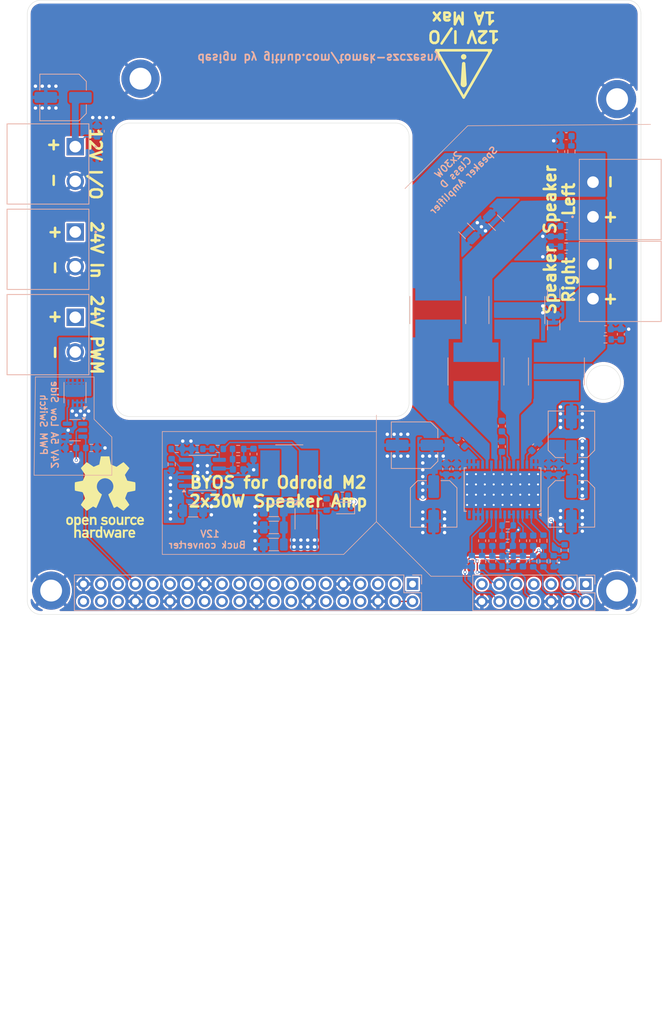
<source format=kicad_pcb>
(kicad_pcb (version 20240108) (generator "pcbnew") (generator_version "8.0")
  (layers (0 "F.Cu" signal) (1 "In1.Cu" signal) (2 "In2.Cu" signal) (31 "B.Cu" signal) (34 "B.Paste" user) (35 "F.Paste" user) (36 "B.SilkS" user "B.Silkscreen") (37 "F.SilkS" user "F.Silkscreen") (38 "B.Mask" user) (39 "F.Mask" user) (44 "Edge.Cuts" user))
  (net 0 "")
  (net 1 "GND")
  (net 2 "+3V3")
  (net 3 "/HPL")
  (net 4 "/GPIO3_C5")
  (net 5 "/POWER#")
  (net 6 "/GPIO4_B5")
  (net 7 "/GPIO3_C6")
  (net 8 "/RESET#")
  (net 9 "/HP_DET")
  (net 10 "/HPR")
  (net 11 "/MIC_IN_P")
  (net 12 "/GPIO3_C4")
  (net 13 "/GPIO3_C7")
  (net 14 "/ADC.AIN4")
  (net 15 "+24V")
  (net 16 "Net-(U201-SW)")
  (net 17 "Net-(U201-BST)")
  (net 18 "/GPIO1_B7")
  (net 19 "+5V")
  (net 20 "/GPIO1_B6")
  (net 21 "Net-(U201-COMP)")
  (net 22 "Net-(C204-Pad1)")
  (net 23 "/UART7_TX")
  (net 24 "Net-(U201-FB)")
  (net 25 "/GPIO1_B3")
  (net 26 "/ADC.AIN5")
  (net 27 "/GPIO3_D1")
  (net 28 "/GPIO4_B4")
  (net 29 "/GPIO1_B2")
  (net 30 "+1V8")
  (net 31 "+12V")
  (net 32 "/GPIO1_B4")
  (net 33 "Net-(C801-Pad2)")
  (net 34 "Net-(C801-Pad1)")
  (net 35 "Net-(C802-Pad2)")
  (net 36 "Net-(C802-Pad1)")
  (net 37 "Net-(U801-INPR)")
  (net 38 "Net-(U801-INNR)")
  (net 39 "Net-(U801-INPL)")
  (net 40 "Net-(U801-INNL)")
  (net 41 "Net-(U801-GVDD)")
  (net 42 "Net-(U801-BSPR)")
  (net 43 "Net-(U801-OUTPR)")
  (net 44 "Net-(U801-BSNR)")
  (net 45 "Net-(U801-OUTNR)")
  (net 46 "Net-(U801-OUTPL)")
  (net 47 "Net-(U801-BSPL)")
  (net 48 "Net-(U801-BNSL)")
  (net 49 "Net-(U801-OUTNL)")
  (net 50 "/Audio Power Amp/R+")
  (net 51 "/Audio Power Amp/R-")
  (net 52 "/Audio Power Amp/L+")
  (net 53 "/Audio Power Amp/L-")
  (net 54 "Net-(C828-Pad2)")
  (net 55 "Net-(C829-Pad2)")
  (net 56 "Net-(C830-Pad2)")
  (net 57 "Net-(C831-Pad2)")
  (net 58 "/UART9_RX")
  (net 59 "/PWM7_IR")
  (net 60 "/I2C6_SCL")
  (net 61 "/I2C6_SDA")
  (net 62 "/UART9_~{CTS}")
  (net 63 "/I2C5_SDA")
  (net 64 "/UART7_RX")
  (net 65 "/UART9_TX")
  (net 66 "/I2C5_SCL")
  (net 67 "/PWM15_IR")
  (net 68 "/UART9_~{RTS}")
  (net 69 "/I2C1_SCL")
  (net 70 "/PWM8")
  (net 71 "/I2C1_SDA")
  (net 72 "/PWM3_IR")
  (net 73 "Net-(J109-Pin_2)")
  (net 74 "Net-(Q101-G)")
  (net 75 "Net-(U201-EN)")
  (net 76 "Net-(U201-RT{slash}CLK)")
  (net 77 "Net-(U801-GAIN{slash}SLV)")
  (net 78 "Net-(U801-MODSEL)")
  (net 79 "Net-(U801-FAULTZ)")
  (net 82 "Net-(C206-Pad1)")
  (net 83 "Net-(D201-A)")
  (net 84 "/+3V3_1")
  (net 85 "/+3V3_2")
  (footprint "Symbol:Symbol_Attention_Triangle_8x7mm_Copper" (layer "F.Cu") (at 84 30.8 180)
    (property "Reference" "SYM102" (hide yes))
    (property "Value" "SYM_Radioactive_Large" (hide yes))
  )
  (footprint "Symbol:OSHW-Logo_11.4x12mm_SilkScreen" (layer "F.Cu") (at 31.4 92.8)
    (property "Reference" "SYM101" (hide yes))
    (property "Value" "Logo_Open_Hardware_Small" (hide yes))
  )
  (footprint "MountingHole:MountingHole_3.2mm_M3_DIN965_Pad" (layer "F.Cu") (at 23.5 106.5)
    (property "Reference" "H101" (hide yes))
    (property "Value" "M3")
  )
  (footprint "MountingHole:MountingHole_3.2mm_M3_DIN965_Pad" (layer "F.Cu") (at 106.5 34.5)
    (property "Reference" "H104" (hide yes))
    (property "Value" "M3")
  )
  (footprint "MountingHole:MountingHole_3.2mm_M3_DIN965_Pad" (layer "F.Cu") (at 106.5 106.5)
    (property "Reference" "H102" (hide yes))
    (property "Value" "M3")
  )
  (footprint "MountingHole:MountingHole_3.2mm_M3_DIN965_Pad" (layer "F.Cu") (at 36.6 31.5)
    (property "Reference" "H103" (hide yes))
    (property "Value" "M3")
  )
  (footprint "Resistor_SMD:R_0603_1608Metric" (layer "B.Cu") (at 85.2 102.2 90)
    (property "Reference" "R802" (hide yes))
    (property "Value" "10k")
  )
  (footprint "Resistor_SMD:R_0603_1608Metric" (layer "B.Cu") (at 94.2 102.2 90)
    (property "Reference" "R803" (hide yes))
    (property "Value" "360R")
  )
  (footprint "Capacitor_SMD:C_0603_1608Metric" (layer "B.Cu") (at 90.45 99.95 180)
    (property "Reference" "C807" (hide yes))
    (property "Value" "1u 16V")
  )
  (footprint "Resistor_SMD:R_0603_1608Metric" (layer "B.Cu") (at 50.925 87.25 180)
    (property "Reference" "R204" (hide yes))
    (property "Value" "910k")
  )
  (footprint "Capacitor_SMD:C_0603_1608Metric" (layer "B.Cu") (at 81.45 88.7 -90)
    (property "Reference" "C815" (hide yes))
    (property "Value" "100n 35V")
  )
  (footprint "Capacitor_SMD:C_0603_1608Metric" (layer "B.Cu") (at 99.05 39.925)
    (property "Reference" "C831" (hide yes))
    (property "Value" "1n 35V")
  )
  (footprint "Capacitor_SMD:C_0603_1608Metric" (layer "B.Cu") (at 96.45 88.7 -90)
    (property "Reference" "C814" (hide yes))
    (property "Value" "100n 35V")
  )
  (footprint "Capacitor_SMD:C_0603_1608Metric" (layer "B.Cu") (at 94.2 99.2 90)
    (property "Reference" "C803" (hide yes))
    (property "Value" "1u5")
  )
  (footprint "Resistor_SMD:R_0603_1608Metric" (layer "B.Cu") (at 104.8 69.7)
    (property "Reference" "R812" (hide yes))
    (property "Value" "3R3")
  )
  (footprint "Resistor_SMD:R_0603_1608Metric" (layer "B.Cu") (at 41.924999 85.75)
    (property "Reference" "R202" (hide yes))
    (property "Value" "200k")
  )
  (footprint "Capacitor_SMD:C_Elec_6.3x7.7" (layer "B.Cu") (at 99.8 93.8 -90)
    (property "Reference" "C820" (hide yes))
    (property "Value" "865080545012")
  )
  (footprint "Connector_PinSocket_2.54mm:PinSocket_2x07_P2.54mm_Vertical" (layer "B.Cu") (at 101.91 105.56 90)
    (property "Reference" "J102" (hide yes))
    (property "Value" "SSQ-107-03-T-D")
  )
  (footprint "Resistor_SMD:R_0603_1608Metric" (layer "B.Cu") (at 98.8 100.6 -90)
    (property "Reference" "R809" (hide yes))
    (property "Value" "0R")
  )
  (footprint "Resistor_SMD:R_0603_1608Metric" (layer "B.Cu") (at 90.45 102.95 180)
    (property "Reference" "R805" (hide yes))
    (property "Value" "360R")
  )
  (footprint "Resistor_SMD:R_0603_1608Metric" (layer "B.Cu") (at 97.2 102.2 90)
    (property "Reference" "R810" (hide yes))
    (property "Value" "0R")
  )
  (footprint "Capacitor_SMD:C_0603_1608Metric" (layer "B.Cu") (at 99.025 54.6)
    (property "Reference" "C824" (hide yes))
    (property "Value" "1n 35V")
  )
  (footprint "Capacitor_SMD:C_0603_1608Metric" (layer "B.Cu") (at 88.2 99.2 90)
    (property "Reference" "C805" (hide yes))
    (property "Value" "1u5")
  )
  (footprint "Capacitor_SMD:C_0603_1608Metric" (layer "B.Cu") (at 96.775 56.85 90)
    (property "Reference" "C829" (hide yes))
    (property "Value" "1n 35V")
  )
  (footprint "Capacitor_SMD:C_1206_3216Metric" (layer "B.Cu") (at 56.149999 94.75 180)
    (property "Reference" "C208" (hide yes))
    (property "Value" "22u 35V")
  )
  (footprint "Resistor_SMD:R_0603_1608Metric" (layer "B.Cu") (at 90.45 96.95)
    (property "Reference" "R807" (hide yes))
    (property "Value" "DNI")
  )
  (footprint "Capacitor_SMD:C_Elec_6.3x7.7" (layer "B.Cu") (at 99.8 83.6 90)
    (property "Reference" "C826" (hide yes))
    (property "Value" "865080545012")
  )
  (footprint "Inductor_SMD:L_Bourns_SRN8040TA" (layer "B.Cu") (at 85.8 74.4 90)
    (property "Reference" "L803" (hide yes))
    (property "Value" "SRN8040TA-100M")
  )
  (footprint "Resistor_SMD:R_0603_1608Metric" (layer "B.Cu") (at 99.8 42.175 90)
    (property "Reference" "R815" (hide yes))
    (property "Value" "3R3")
  )
  (footprint "local:AO_DFN3x3mm" (layer "B.Cu") (at 60.875 95.999999 -90)
    (property "Reference" "Q201" (hide yes))
    (property "Value" "AON7534")
  )
  (footprint "Diode_SMD:D_SOD-323F" (layer "B.Cu") (at 66.4 94.4 180)
    (property "Reference" "D201" (hide yes))
    (property "Value" "BAT54J")
  )
  (footprint "Resistor_SMD:R_0603_1608Metric" (layer "B.Cu") (at 66.2 92.6 180)
    (property "Reference" "R208" (hide yes))
    (property "Value" "100k")
  )
  (footprint "local:AO_DFN3x3mm" (layer "B.Cu") (at 27 77.5 90)
    (property "Reference" "Q101" (hide yes))
    (property "Value" "AON7534")
  )
  (footprint "Resistor_SMD:R_0603_1608Metric" (layer "B.Cu") (at 63.900001 93.9 -90)
    (property "Reference" "R207" (hide yes))
    (property "Value" "100k")
  )
  (footprint "Capacitor_SMD:C_0603_1608Metric" (layer "B.Cu") (at 89.6 85.4 90)
    (property "Reference" "C809" (hide yes))
    (property "Value" "220n 50V")
  )
  (footprint "Resistor_SMD:R_0603_1608Metric" (layer "B.Cu") (at 99.025 56.1 180)
    (property "Reference" "R813" (hide yes))
    (property "Value" "3R3")
  )
  (footprint "Resistor_SMD:R_0603_1608Metric" (layer "B.Cu") (at 41.175 88 -90)
    (property "Reference" "R201" (hide yes))
    (property "Value" "100k")
  )
  (footprint "Capacitor_SMD:C_0603_1608Metric" (layer "B.Cu") (at 53.174998 86.5 -90)
    (property "Reference" "C204" (hide yes))
    (property "Value" "2n7")
  )
  (footprint "libs:CUI_TBP01R1-508-02BE" (layer "B.Cu") (at 102.9625 63.74 90)
    (property "Reference" "J104" (hide yes))
    (property "Value" "CUI 5.08mm")
  )
  (footprint "Capacitor_SMD:C_Elec_6.3x7.7" (layer "B.Cu") (at 25.25 34.25 180)
    (property "Reference" "C105" (hide yes))
    (property "Value" "865080545012")
  )
  (footprint "Resistor_SMD:R_0603_1608Metric" (layer "B.Cu") (at 44.924998 85.75)
    (property "Reference" "R206" (hide yes))
    (property "Value" "13k")
  )
  (footprint "Resistor_SMD:R_0603_1608Metric" (layer "B.Cu") (at 47.924999 85.75)
    (property "Reference" "R205" (hide yes))
    (property "Value" "180k")
  )
  (footprint "libs:CUI_TBP01R1-508-02BE" (layer "B.Cu") (at 102.9625 51.74 90)
    (property "Reference" "J105" (hide yes))
    (property "Value" "CUI 5.08mm")
  )
  (footprint "Capacitor_SMD:C_0603_1608Metric" (layer "B.Cu") (at 96.775 53.85 90)
    (property "Reference" "C830" (hide yes))
    (property "Value" "1n 35V")
  )
  (footprint "Capacitor_SMD:C_0603_1608Metric" (layer "B.Cu") (at 104.8 68.2 180)
    (property "Reference" "C822" (hide yes))
    (property "Value" "1n 35V")
  )
  (footprint "Capacitor_SMD:C_0603_1608Metric" (layer "B.Cu") (at 97.95 88.7 -90)
    (property "Reference" "C812" (hide yes))
    (property "Value" "1n 35V")
  )
  (footprint "libs:CUI_TBP01R1-508-02BE" (layer "B.Cu") (at 27.0375 41.46 -90)
    (property "Reference" "J108" (hide yes))
    (property "Value" "CUI 5.08mm")
  )
  (footprint "Capacitor_SMD:C_0603_1608Metric" (layer "B.Cu") (at 82.95 88.7 -90)
    (property "Reference" "C813" (hide yes))
    (property "Value" "1n 35V")
  )
  (footprint "Resistor_SMD:R_0603_1608Metric" (layer "B.Cu") (at 90.45 98.45)
    (property "Reference" "R808" (hide yes))
    (property "Value" "5k6")
  )
  (footprint "Capacitor_SMD:C_0603_1608Metric" (layer "B.Cu") (at 45.674999 92.75)
    (property "Reference" "C202" (hide yes))
    (property "Value" "100n 16V")
  )
  (footprint "Resistor_SMD:R_0603_1608Metric" (layer "B.Cu") (at 95.7 99.2 90)
    (property "Reference" "R811" (hide yes))
    (property "Value" "1k")
  )
  (footprint "Capacitor_SMD:C_0603_1608Metric" (layer "B.Cu") (at 50.924999 88.749999)
    (property "Reference" "C203" (hide yes))
    (property "Value" "15p")
  )
  (footprint "Capacitor_SMD:C_0603_1608Metric" (layer "B.Cu") (at 88.2 102.2 -90)
    (property "Reference" "C802" (hide yes))
    (property "Value" "10n")
  )
  (footprint "Capacitor_SMD:C_0603_1608Metric" (layer "B.Cu") (at 83.6 84.8 135)
    (property "Reference" "C810" (hide yes))
    (property "Value" "220n 50V")
  )
  (footprint "Capacitor_SMD:C_1206_3216Metric" (layer "B.Cu") (at 97.2 67.6 90)
    (property "Reference" "C816" (hide yes))
    (property "Value" "680n 35V")
  )
  (footprint "Capacitor_SMD:C_1206_3216Metric" (layer "B.Cu") (at 97.2 63 -90)
    (property "Reference" "C817" (hide yes))
    (property "Value" "680n 35V")
  )
  (footprint "Capacitor_SMD:C_0603_1608Metric" (layer "B.Cu") (at 89.6 82.4 90)
    (property "Reference" "C808" (hide yes))
    (property "Value" "220n 50V")
  )
  (footprint "Inductor_SMD:L_Bourns_SRN8040TA" (layer "B.Cu") (at 80.2 65.4 90)
    (property "Reference" "L804" (hide yes))
    (property "Value" "SRN8040TA-100M")
  )
  (footprint "Capacitor_SMD:C_0603_1608Metric" (layer "B.Cu") (at 99.025 57.6)
    (property "Reference" "C823" (hide yes))
    (property "Value" "1n 35V")
  )
  (footprint "Capacitor_SMD:C_0603_1608Metric" (layer "B.Cu") (at 26.4 85.6 180)
    (property "Reference" "C101" (hide yes))
    (property "Value" "100n 25V")
  )
  (footprint "Inductor_SMD:L_Bourns_SRN8040TA" (layer "B.Cu") (at 91.8 65.4 90)
    (property "Reference" "L802" (hide yes))
    (property "Value" "SRN8040TA-100M")
  )
  (footprint "Capacitor_SMD:C_0603_1608Metric" (layer "B.Cu") (at 94.548008 85.451992 45)
    (property "Reference" "C832" (hide yes))
    (property "Value" "220n 50V")
  )
  (footprint "Capacitor_SMD:C_0603_1608Metric" (layer "B.Cu") (at 86.7 99.2 90)
    (property "Reference" "C806" (hide yes))
    (property "Value" "1u5")
  )
  (footprint "Resistor_SMD:R_0603_1608Metric" (layer "B.Cu") (at 99.025 53.1 180)
    (property "Reference" "R814" (hide yes))
    (property "Value" "3R3")
  )
  (footprint "Capacitor_SMD:C_0603_1608Metric" (layer "B.Cu") (at 92.7 99.2 90)
    (property "Reference" "C804" (hide yes))
    (property "Value" "1u5")
  )
  (footprint "Resistor_SMD:R_0603_1608Metric" (layer "B.Cu") (at 29.4 85.6 180)
    (property "Reference" "R105" (hide yes))
    (property "Value" "10k")
  )
  (footprint "Package_SO:HTSSOP-32-1EP_6.1x11mm_P0.65mm_EP5.2x11mm_Mask4.11x4.36mm_ThermalVias" (layer "B.Cu") (at 89.7 91.7 90)
    (property "Reference" "U801" (hide yes))
    (property "Value" "TPA3118D2")
  )
  (footprint "Package_TO_SOT_SMD:SOT-23-5" (layer "B.Cu") (at 27 83 180)
    (property "Reference" "U101" (hide yes))
    (property "Value" "MCP1416")
  )
  (footprint "Resistor_SMD:R_0603_1608Metric" (layer "B.Cu") (at 90.45 101.45)
    (property "Reference" "R804" (hide yes))
    (property "Value" "360R")
  )
  (footprint "Resistor_SMD:R_0603_1608Metric" (layer "B.Cu") (at 50.924999 85.75 180)
    (property "Reference" "R203" (hide yes))
    (property "Value" "39k")
  )
  (footprint "libs:CUI_TBP01R1-508-02BE" (layer "B.Cu") (at 27.0375 53.96 -90)
    (property "Reference" "J101" (hide yes))
    (property "Value" "CUI 5.08mm")
  )
  (footprint "libs:CUI_TBP01R1-508-02BE" (layer "B.Cu") (at 27.0375 66.46 -90)
    (property "Reference" "J109" (hide yes))
    (property "Value" "CUI 5.08mm")
  )
  (footprint "Inductor_SMD:L_Bourns_SRN8040TA" (layer "B.Cu") (at 58.424999 89.25)
    (property "Reference" "L202" (hide yes))
    (property "Value" "SRN8040TA-100M")
  )
  (footprint "Capacitor_SMD:C_1206_3216Metric" (layer "B.Cu") (at 56.149999 99.75 180)
    (property "Reference" "C207" (hide yes))
    (property "Value" "22u 35V")
  )
  (footprint "Package_SO:SOIC-8-1EP_3.9x4.9mm_P1.27mm_EP2.62x3.51mm" (layer "B.Cu") (at 45.675 89.25)
    (property "Reference" "U201" (hide yes))
    (property "Value" "AP64500")
  )
  (footprint "Resistor_SMD:R_0603_1608Metric" (layer "B.Cu") (at 95.7 102.2 90)
    (property "Reference" "R801" (hide yes))
    (property "Value" "10k")
  )
  (footprint "Inductor_SMD:L_Bourns_SRN8040TA" (layer "B.Cu") (at 97.6 74.4 90)
    (property "Reference" "L801" (hide yes))
    (property "Value" "SRN8040TA-100M")
  )
  (footprint "Capacitor_SMD:C_0603_1608Metric" (layer "B.Cu") (at 107.05 68.950001 -90)
    (property "Reference" "C828" (hide yes))
    (property "Value" "1n 35V")
  )
  (footprint "Connector_PinSocket_2.54mm:PinSocket_2x20_P2.54mm_Vertical" (layer "B.Cu") (at 76.5002 105.5424 90)
    (property "Reference" "J103" (hide yes))
    (property "Value" "SSQ-120-03-T-D")
  )
  (footprint "Capacitor_SMD:C_Elec_6.3x7.7" (layer "B.Cu") (at 76.8 85.2 180)
    (property "Reference" "C827" (hide yes))
    (property "Value" "865080545012")
  )
  (footprint "Capacitor_SMD:C_1206_3216Metric" (layer "B.Cu") (at 84.4 53.8 -45)
    (property "Reference" "C819" (hide yes))
    (property "Value" "680n 35V")
  )
  (footprint "Resistor_SMD:R_0603_1608Metric" (layer "B.Cu") (at 86.7 102.2 90)
    (property "Reference" "R806" (hide yes))
    (property "Value" "360R")
  )
  (footprint "Capacitor_SMD:C_Elec_6.3x7.7" (layer "B.Cu") (at 79.6 93.8 -90)
    (property "Reference" "C821" (hide yes))
    (property "Value" "865080545012")
  )
  (footprint "Capacitor_SMD:C_1206_3216Metric" (layer "B.Cu") (at 56.149999 97.25 180)
    (property "Reference" "C206" (hide yes))
    (property "Value" "22u 35V")
  )
  (footprint "Capacitor_SMD:C_0603_1608Metric" (layer "B.Cu") (at 31.8 39.2 90)
    (property "Reference" "C104" (hide yes))
    (property "Value" "100n 35V")
  )
  (footprint "Capacitor_SMD:C_0603_1608Metric" (layer "B.Cu") (at 92.7 102.2 -90)
    (property "Reference" "C801" (hide yes))
    (property "Value" "10n")
  )
  (footprint "Capacitor_SMD:C_1206_3216Metric" (layer "B.Cu") (at 44.324999 94.8)
    (property "Reference" "C201" (hide yes))
    (property "Value" "10u 50V")
  )
  (footprint "Capacitor_SMD:C_0603_1608Metric" (layer "B.Cu") (at 98.3 42.175 -90)
    (property "Reference" "C825" (hide yes))
    (property "Value" "1n 35V")
  )
  (footprint "Capacitor_SMD:C_1206_3216Metric" (layer "B.Cu") (at 88.8 52.6 135)
    (property "Reference" "C818" (hide yes))
    (property "Value" "680n 35V")
  )
  (footprint "Capacitor_SMD:C_0603_1608Metric" (layer "B.Cu") (at 30.25 39.2 90)
    (property "Reference" "C103" (hide yes))
    (property "Value" "1n 35V")
  )
  (gr_rect (start 83.6 88.5) (end 95.6 95.1) (stroke (width 0.2)) (fill solid) (layer "F.Cu") (net 1))
  (gr_rect (start 83.8 89.1) (end 95.6 94.3) (stroke (width 0.2)) (fill solid) (layer "B.Cu") (net 1))
  (gr_line (start 21.2 75.2) (end 21 89.6) (stroke (width 0.1)) (layer "B.SilkS"))
  (gr_line (start 71.2 96.4) (end 66.4 101.2) (stroke (width 0.1)) (layer "B.SilkS"))
  (gr_line (start 39.8 83.2) (end 71.2 83.2) (stroke (width 0.1)) (layer "B.SilkS"))
  (gr_line (start 32.4 84) (end 29.8 81.4) (stroke (width 0.1)) (layer "B.SilkS"))
  (gr_line (start 29.8 75.2) (end 21.2 75.2) (stroke (width 0.1)) (layer "B.SilkS"))
  (gr_line (start 39.8 101.2) (end 39.8 83.2) (stroke (width 0.1)) (layer "B.SilkS"))
  (gr_line (start 71.2 96.4) (end 71.2 80.8) (stroke (width 0.1)) (layer "B.SilkS"))
  (gr_line (start 21 89.6) (end 32.4 89.6) (stroke (width 0.1)) (layer "B.SilkS"))
  (gr_line (start 85 104.4) (end 79.2 104.4) (stroke (width 0.1)) (layer "B.SilkS"))
  (gr_line (start 75.4 47.6) (end 84.6 38.4) (stroke (width 0.1)) (layer "B.SilkS"))
  (gr_line (start 84.6 38.4) (end 111.4 38.2) (stroke (width 0.1)) (layer "B.SilkS"))
  (gr_line (start 32.4 89.6) (end 32.4 84) (stroke (width 0.1)) (layer "B.SilkS"))
  (gr_line (start 66.4 101.2) (end 39.8 101.2) (stroke (width 0.1)) (layer "B.SilkS"))
  (gr_line (start 79.2 104.4) (end 71.2 96.4) (stroke (width 0.1)) (layer "B.SilkS"))
  (gr_line (start 29.8 81.4) (end 29.8 75.2) (stroke (width 0.1)) (layer "B.SilkS"))
  (gr_arc (start 108 20) (mid 109.414214 20.585786) (end 110 22) (stroke (width 0.05)) (layer "Edge.Cuts"))
  (gr_line (start 35 81) (end 74 81) (stroke (width 0.05)) (layer "Edge.Cuts"))
  (gr_arc (start 33 40) (mid 33.585786 38.585786) (end 35 38) (stroke (width 0.05)) (layer "Edge.Cuts"))
  (gr_line (start 74 38) (end 35 38) (stroke (width 0.05)) (layer "Edge.Cuts"))
  (gr_line (start 33 40) (end 33 79) (stroke (width 0.05)) (layer "Edge.Cuts"))
  (gr_arc (start 74 38) (mid 75.414214 38.585786) (end 76 40) (stroke (width 0.05)) (layer "Edge.Cuts"))
  (gr_line (start 76 79) (end 76 40) (stroke (width 0.05)) (layer "Edge.Cuts"))
  (gr_line (start 110 108) (end 110 22) (stroke (width 0.05)) (layer "Edge.Cuts"))
  (gr_arc (start 22 110) (mid 20.585786 109.414214) (end 20 108) (stroke (width 0.05)) (layer "Edge.Cuts"))
  (gr_arc (start 76 79) (mid 75.414214 80.414214) (end 74 81) (stroke (width 0.05)) (layer "Edge.Cuts"))
  (gr_arc (start 110 108) (mid 109.414214 109.414214) (end 108 110) (stroke (width 0.05)) (layer "Edge.Cuts"))
  (gr_line (start 20 22) (end 20 108) (stroke (width 0.05)) (layer "Edge.Cuts"))
  (gr_arc (start 35 81) (mid 33.585786 80.414214) (end 33 79) (stroke (width 0.05)) (layer "Edge.Cuts"))
  (gr_line (start 108 20) (end 22 20) (stroke (width 0.05)) (layer "Edge.Cuts"))
  (gr_line (start 22 110) (end 108 110) (stroke (width 0.05)) (layer "Edge.Cuts"))
  (gr_circle (center 104.5 76) (end 107 76) (stroke (width 0.05)) (fill none) (layer "Edge.Cuts"))
  (gr_arc (start 20 22) (mid 20.585786 20.585786) (end 22 20) (stroke (width 0.05)) (layer "Edge.Cuts"))
  (gr_text "24V 5A Low Side\nPWM Switch" (at 21.8 82.2 270) (layer "B.SilkS") (effects (font (size 1 1) (thickness 0.2) (bold yes)) (justify bottom mirror)))
  (gr_text "design by github.com/tomek-szczesny" (at 44.8 27.8 180) (layer "B.SilkS") (effects (font (size 1.2 1.2) (thickness 0.25) (bold yes)) (justify left bottom mirror)))
  (gr_text "2x30W\nClass D\nSpeaker Amplifier" (at 84.4 46.8 45) (layer "B.SilkS") (effects (font (size 1 1) (thickness 0.2) (bold yes)) (justify bottom mirror)))
  (gr_text "12V \nBuck converter" (at 46.4 100.4 0) (layer "B.SilkS") (effects (font (size 1 1) (thickness 0.2) (bold yes)) (justify bottom mirror)))
  (gr_text "+" (at 106.4 51.8 90) (layer "F.SilkS") (effects (font (size 1.7 1.7) (thickness 0.375) (bold yes)) (justify bottom)))
  (gr_text "+" (at 106.4 63.8 90) (layer "F.SilkS") (effects (font (size 1.7 1.7) (thickness 0.375) (bold yes)) (justify bottom)))
  (gr_text "24V In" (at 29.2 56.6 270) (layer "F.SilkS") (effects (font (size 1.7 1.7) (thickness 0.375) (bold yes)) (justify bottom)))
  (gr_text "Speaker\nLeft" (at 100.4 49.2 90) (layer "F.SilkS") (effects (font (size 1.7 1.7) (thickness 0.375) (bold yes)) (justify bottom)))
  (gr_text "-" (at 106.4 58.6 90) (layer "F.SilkS") (effects (font (size 1.7 1.7) (thickness 0.375) (bold yes)) (justify bottom)))
  (gr_text "12V I/O\n1A Max" (at 84 21.6 180) (layer "F.SilkS") (effects (font (size 1.7 1.7) (thickness 0.375) (bold yes)) (justify bottom)))
  (gr_text "12V I/O" (at 29 44 270) (layer "F.SilkS") (effects (font (size 1.7 1.7) (thickness 0.375) (bold yes)) (justify bottom)))
  (gr_text "-" (at 23 46.4 -90) (layer "F.SilkS") (effects (font (size 1.7 1.7) (thickness 0.375) (bold yes)) (justify bottom)))
  (gr_text "24V PWM" (at 29.2 69 270) (layer "F.SilkS") (effects (font (size 1.7 1.7) (thickness 0.375) (bold yes)) (justify bottom)))
  (gr_text "+" (at 23 41.200001 -90) (layer "F.SilkS") (effects (font (size 1.7 1.7) (thickness 0.375) (bold yes)) (justify bottom)))
  (gr_text "+" (at 23.2 66.4 -90) (layer "F.SilkS") (effects (font (size 1.7 1.7) (thickness 0.375) (bold yes)) (justify bottom)))
  (gr_text "-" (at 23.2 59.2 -90) (layer "F.SilkS") (effects (font (size 1.7 1.7) (thickness 0.375) (bold yes)) (justify bottom)))
  (gr_text "-" (at 106.4 46.6 90) (layer "F.SilkS") (effects (font (size 1.7 1.7) (thickness 0.375) (bold yes)) (justify bottom)))
  (gr_text "-" (at 23.2 71.6 -90) (layer "F.SilkS") (effects (font (size 1.7 1.7) (thickness 0.375) (bold yes)) (justify bottom)))
  (gr_text "BYOS for Odroid M2\n2x30W Speaker Amp" (at 56.8 94.4 0) (layer "F.SilkS") (effects (font (size 1.7 1.7) (thickness 0.375) (bold yes)) (justify bottom)))
  (gr_text "+" (at 23.2 54 -90) (layer "F.SilkS") (effects (font (size 1.7 1.7) (thickness 0.375) (bold yes)) (justify bottom)))
  (gr_text "Speaker\nRight" (at 100.4 61 90) (layer "F.SilkS") (effects (font (size 1.7 1.7) (thickness 0.375) (bold yes)) (justify bottom)))
  (via (at 98.2 96.8) (size 0.7) (drill 0.5) (layers "F.Cu" "B.Cu") (net 1))
  (via (at 45 88.2) (size 0.7) (drill 0.5) (layers "F.Cu" "B.Cu") (net 1))
  (via (at 108.2 68.2) (size 0.7) (drill 0.5) (layers "F.Cu" "B.Cu") (net 1))
  (via (at 72.8 83.6) (size 0.7) (drill 0.5) (layers "F.Cu" "B.Cu") (net 1))
  (via (at 45 89.2) (size 0.7) (drill 0.5) (layers "F.Cu" "B.Cu") (net 1))
  (via (at 81.2 96) (size 0.7) (drill 0.5) (layers "F.Cu" "B.Cu") (net 1))
  (via (at 101.4 81.6) (size 0.7) (drill 0.5) (layers "F.Cu" "B.Cu") (net 1))
  (via (at 29.6 37.2) (size 0.7) (drill 0.5) (layers "F.Cu" "B.Cu") (net 1))
  (via (at 46.4 89.2) (size 0.7) (drill 0.5) (layers "F.Cu" "B.Cu") (net 1))
  (via (at 21.2 35.8) (size 0.7) (drill 0.5) (layers "F.Cu" "B.Cu") (net 1))
  (via (at 22.199999 32.6) (size 0.7) (drill 0.5) (layers "F.Cu" "B.Cu") (net 1))
  (via (at 78 95) (size 0.7) (drill 0.5) (layers "F.Cu" "B.Cu") (net 1))
  (via (at 90.4 102.2) (size 0.45) (drill 0.3) (layers "F.Cu" "B.Cu") (net 1))
  (via (at 78 97) (size 0.7) (drill 0.5) (layers "F.Cu" "B.Cu") (net 1))
  (via (at 97.2 40.6) (size 0.7) (drill 0.5) (layers "F.Cu" "B.Cu") (net 1))
  (via (at 86 52.6) (size 0.7) (drill 0.5) (layers "F.Cu" "B.Cu") (net 1))
  (via (at 26 83) (size 0.7) (drill 0.5) (layers "F.Cu" "B.Cu") (net 1))
  (via (at 101.4 96.8) (size 0.7) (drill 0.5) (layers "F.Cu" "B.Cu") (net 1))
  (via (at 101.4 97.8) (size 0.7) (drill 0.5) (layers "F.Cu" "B.Cu") (net 1))
  (via (at 31.4 85.6) (size 0.7) (drill 0.5) (layers "F.Cu" "B.Cu") (net 1))
  (via (at 46.4 88.2) (size 0.7) (drill 0.5) (layers "F.Cu" "B.Cu") (net 1))
  (via (at 30.6 37.2) (size 0.7) (drill 0.5) (layers "F.Cu" "B.Cu") (net 1))
  (via (at 98.2 79.6) (size 0.7) (drill 0.5) (layers "F.Cu" "B.Cu") (net 1))
  (via (at 78 98) (size 0.7) (drill 0.5) (layers "F.Cu" "B.Cu") (net 1))
  (via (at 32.6 37.2) (size 0.7) (drill 0.5) (layers "F.Cu" "B.Cu") (net 1))
  (via (at 81.2 98) (size 0.7) (drill 0.5) (layers "F.Cu" "B.Cu") (net 1))
  (via (at 24.2 35.8) (size 0.7) (drill 0.5) (layers "F.Cu" "B.Cu") (net 1))
  (via (at 53.4 97.8) (size 0.7) (drill 0.5) (layers "F.Cu" "B.Cu") (net 1))
  (via (at 42.8 84.6) (size 0.7) (drill 0.5) (layers "F.Cu" "B.Cu") (net 1))
  (via (at 95.6 54.6) (size 0.7) (drill 0.5) (layers "F.Cu" "B.Cu") (net 1))
  (via (at 95.6 57.6) (size 0.7) (drill 0.5) (layers "F.Cu" "B.Cu") (net 1))
  (via (at 98.2 94.8) (size 0.7) (drill 0.5) (layers "F.Cu" "B.Cu") (net 1))
  (via (at 74.8 86.8) (size 0.7) (drill 0.5) (layers "F.Cu" "B.Cu") (net 1))
  (via (at 23.2 32.6) (size 0.7) (drill 0.5) (layers "F.Cu" "B.Cu") (net 1))
  (via (at 87.2 53.8) (size 0.7) (drill 0.5) (layers "F.Cu" "B.Cu") (net 1))
  (via (at 72.8 86.8) (size 0.7) (drill 0.5) (layers "F.Cu" "B.Cu") (net 1))
  (via (at 53.4 99.2) (size 0.7) (drill 0.5) (layers "F.Cu" "B.Cu") (net 1))
  (via (at 86.6 53.2) (size 0.7) (drill 0.5) (layers "F.Cu" "B.Cu") (net 1))
  (via (at 98.2 82.6) (size 0.7) (drill 0.5) (layers "F.Cu" "B.Cu") (net 1))
  (via (at 101.4 82.6) (size 0.7) (drill 0.5) (layers "F.Cu" "B.Cu") (net 1))
  (via (at 53.4 94.2) (size 0.7) (drill 0.5) (layers "F.Cu" "B.Cu") (net 1))
  (via (at 28.4 80.8) (size 0.7) (drill 0.5) (layers "F.Cu" "B.Cu") (net 1))
  (via (at 75.8 83.6) (size 0.7) (drill 0.5) (layers "F.Cu" "B.Cu") (net 1))
  (via (at 101.4 80.6) (size 0.7) (drill 0.5) (layers "F.Cu" "B.Cu") (net 1))
  (via (at 81.2 97) (size 0.7) (drill 0.5) (layers "F.Cu" "B.Cu") (net 1))
  (via (at 47 94.2) (size 0.7) (drill 0.5) (layers "F.Cu" "B.Cu") (net 1))
  (via (at 24.2 32.6) (size 0.7) (drill 0.5) (layers "F.Cu" "B.Cu") (net 1))
  (via (at 101.4 94.8) (size 0.7) (drill 0.5) (layers "F.Cu" "B.Cu") (net 1))
  (via (at 53.4 95.4) (size 0.7) (drill 0.5) (layers "F.Cu" "B.Cu") (net 1))
  (via (at 101.4 79.6) (size 0.7) (drill 0.5) (layers "F.Cu" "B.Cu") (net 1))
  (via (at 22.2 35.8) (size 0.7) (drill 0.5) (layers "F.Cu" "B.Cu") (net 1))
  (via (at 78 96) (size 0.7) (drill 0.5) (layers "F.Cu" "B.Cu") (net 1))
  (via (at 75.8 86.8) (size 0.7) (drill 0.5) (layers "F.Cu" "B.Cu") (net 1))
  (via (at 26.6 80.2) (size 0.7) (drill 0.5) (layers "F.Cu" "B.Cu") (net 1))
  (via (at 98.2 97.8) (size 0.7) (drill 0.5) (layers "F.Cu" "B.Cu") (net 1))
  (via (at 95.6 65.8) (size 0.7) (drill 0.5) (layers "F.Cu" "B.Cu") (net 1))
  (via (at 21.2 32.6) (size 0.7) (drill 0.5) (layers "F.Cu" "B.Cu") (net 1))
  (via (at 101.4 95.8) (size 0.7) (drill 0.5) (layers "F.Cu" "B.Cu") (net 1))
  (via (at 92 97.6) (size 0.45) (drill 0.3) (layers "F.Cu" "B.Cu") (net 1))
  (via (at 27.2 80.8) (size 0.7) (drill 0.5) (layers "F.Cu" "B.Cu") (net 1))
  (via (at 73.8 86.8) (size 0.7) (drill 0.5) (layers "F.Cu" "B.Cu") (net 1))
  (via (at 90.6 100.6) (size 0.45) (drill 0.3) (layers "F.Cu" "B.Cu") (net 1))
  (via (at 53.2 88.8) (size 0.7) (drill 0.5) (layers "F.Cu" "B.Cu") (net 1))
  (via (at 45 90.2) (size 0.7) (drill 0.5) (layers "F.Cu" "B.Cu") (net 1))
  (via (at 74.8 83.6) (size 0.7) (drill 0.5) (layers "F.Cu" "B.Cu") (net 1))
  (via (at 53.4 100.4) (size 0.7) (drill 0.5) (layers "F.Cu" "B.Cu") (net 1))
  (via (at 98.2 81.6) (size 0.7) (drill 0.5) (layers "F.Cu" "B.Cu") (net 1))
  (via (at 29 80.2) (size 0.7) (drill 0.5) (layers "F.Cu" "B.Cu") (net 1))
  (via (at 81.2 95) (size 0.7) (drill 0.5) (layers "F.Cu" "B.Cu") (net 1))
  (via (at 92 102.2) (size 0.45) (drill 0.3) (layers "F.Cu" "B.Cu") (net 1))
  (via (at 95.6 64.8) (size 0.7) (drill 0.5) (layers "F.Cu" "B.Cu") (net 1))
  (via (at 98.2 95.8) (size 0.7) (drill 0.5) (layers "F.Cu" "B.Cu") (net 1))
  (via (at 98.2 80.6) (size 0.7) (drill 0.5) (layers "F.Cu" "B.Cu") (net 1))
  (via (at 31.6 37.2) (size 0.7) (drill 0.5) (layers "F.Cu" "B.Cu") (net 1))
  (via (at 27.8 80.2) (size 0.7) (drill 0.5) (layers "F.Cu" "B.Cu") (net 1))
  (via (at 44 84.6) (size 0.7) (drill 0.5) (layers "F.Cu" "B.Cu") (net 1))
  (via (at 47 95.4) (size 0.7) (drill 0.5) (layers "F.Cu" "B.Cu") (net 1))
  (via (at 23.2 35.8) (size 0.7) (drill 0.5) (layers "F.Cu" "B.Cu") (net 1))
  (via (at 98 102.4) (size 0.45) (drill 0.3) (layers "F.Cu" "B.Cu") (net 1))
  (via (at 73.8 83.6) (size 0.7) (drill 0.5) (layers "F.Cu" "B.Cu") (net 1))
  (via (at 53.4 96.6) (size 0.7) (drill 0.5) (layers "F.Cu" "B.Cu") (net 1))
  (via (at 46.4 90.2) (size 0.7) (drill 0.5) (layers "F.Cu" "B.Cu") (net 1))
  (segment (start 88.075 89.125) (end 88.4 89.45) (width 0.2) (layer "B.Cu") (net 1))
  (segment (start 97.2 103.2) (end 98 102.4) (width 0.2) (layer "B.Cu") (net 1))
  (segment (start 89.375 95.35) (end 89.375 94.275) (width 0.2) (layer "B.Cu") (net 1))
  (segment (start 89.375 94.275) (end 89.7 93.95) (width 0.2) (layer "B.Cu") (net 1))
  (segment (start 90.025 89.125) (end 89.7 89.45) (width 0.2) (layer "B.Cu") (net 1))
  (segment (start 85.475 94.275) (end 85.8 93.95) (width 0.2) (layer "B.Cu") (net 1))
  (segment (start 86.125 94.275) (end 85.8 93.95) (width 0.2) (layer "B.Cu") (net 1))
  (segment (start 89.625 101.45) (end 89.65 101.45) (width 0.2) (layer "B.Cu") (net 1))
  (segment (start 91.225 99.95) (end 91.225 99.975) (width 0.2) (layer "B.Cu") (net 1))
  (segment (start 91.975 89.125) (end 92.3 89.45) (width 0.2) (layer "B.Cu") (net 1))
  (segment (start 86.775 95.35) (end 86.775 94.275) (width 0.2) (layer "B.Cu") (net 1))
  (segment (start 91.225 99.975) (end 90.6 100.6) (width 0.2) (layer "B.Cu") (net 1))
  (segment (start 97.2 103.025) (end 97.2 103.2) (width 0.2) (layer "B.Cu") (net 1))
  (segment (start 86.125 95.35) (end 86.125 94.275) (width 0.2) (layer "B.Cu") (net 1))
  (segment (start 88.075 88.05) (end 88.075 89.125) (width 0.2) (layer "B.Cu") (net 1))
  (segment (start 91.275 102.925) (end 92 102.2) (width 0.2) (layer "B.Cu") (net 1))
  (segment (start 89.65 101.45) (end 90.4 102.2) (width 0.2) (layer "B.Cu") (net 1))
  (segment (start 90.025 88.05) (end 90.025 89.125) (width 0.2) (layer "B.Cu") (net 1))
  (segment (start 86.775 94.275) (end 87.1 93.95) (width 0.2) (layer "B.Cu") (net 1))
  (segment (start 91.275 98.45) (end 91.275 98.325) (width 0.2) (layer "B.Cu") (net 1))
  (segment (start 91.975 88.05) (end 91.975 89.125) (width 0.2) (layer "B.Cu") (net 1))
  (segment (start 85.475 95.35) (end 85.475 94.275) (width 0.2) (layer "B.Cu") (net 1))
  (segment (start 91.275 102.95) (end 91.275 102.925) (width 0.2) (layer "B.Cu") (net 1))
  (segment (start 91.275 98.325) (end 92 97.6) (width 0.2) (layer "B.Cu") (net 1))
  (segment (start 98.22 104.72) (end 98.22 106.22) (width 0.2) (layer "B.Cu") (net 2))
  (segment (start 95.7 103.025) (end 95.7 103.2) (width 0.2) (layer "B.Cu") (net 2))
  (segment (start 98.22 106.22) (end 98.75 106.75) (width 0.2) (layer "B.Cu") (net 2))
  (segment (start 95.7 103.2) (end 96.5 104) (width 0.2) (layer "B.Cu") (net 2))
  (segment (start 97.5 104) (end 98.22 104.72) (width 0.2) (layer "B.Cu") (net 2))
  (segment (start 98.75 106.75) (end 100.56 106.75) (width 0.2) (layer "B.Cu") (net 2))
  (segment (start 96.5 104) (end 97.5 104) (width 0.2) (layer "B.Cu") (net 2))
  (segment (start 100.56 106.75) (end 101.91 108.1) (width 0.2) (layer "B.Cu") (net 2))
  (segment (start 93 106.81) (end 94.29 108.1) (width 0.2) (layer "B.Cu") (net 3))
  (segment (start 92.4 104) (end 93 104.6) (width 0.2) (layer "B.Cu") (net 3))
  (segment (start 86.7 103.025) (end 87.675 104) (width 0.2) (layer "B.Cu") (net 3))
  (segment (start 87.675 104) (end 92.4 104) (width 0.2) (layer "B.Cu") (net 3))
  (segment (start 93 104.6) (end 93 106.81) (width 0.2) (layer "B.Cu") (net 3))
  (segment (start 84.2 102.4) (end 85 101.6) (width 0.2) (layer "F.Cu") (net 4))
  (segment (start 85 101.6) (end 94 101.6) (width 0.2) (layer "F.Cu") (net 4))
  (segment (start 84.2 103.8) (end 84.2 102.4) (width 0.2) (layer "F.Cu") (net 4))
  (segment (start 94 101.6) (end 95 100.6) (width 0.2) (layer "F.Cu") (net 4))
  (via (at 95 100.6) (size 0.45) (drill 0.3) (layers "F.Cu" "B.Cu") (net 4))
  (via (at 84.2 103.8) (size 0.45) (drill 0.3) (layers "F.Cu" "B.Cu") (net 4))
  (segment (start 95.7 100.025) (end 95.7 101.375) (width 0.2) (layer "B.Cu") (net 4))
  (segment (start 89.21 108.1) (end 87.91 106.8) (width 0.2) (layer "B.Cu") (net 4))
  (segment (start 84.2 105) (end 84.2 103.8) (width 0.2) (layer "B.Cu") (net 4))
  (segment (start 86 106.8) (end 84.2 105) (width 0.2) (layer "B.Cu") (net 4))
  (segment (start 95.7 101.3) (end 95 100.6) (width 0.2) (layer "B.Cu") (net 4))
  (segment (start 95.7 101.375) (end 95.7 101.3) (width 0.2) (layer "B.Cu") (net 4))
  (segment (start 87.91 106.8) (end 86 106.8) (width 0.2) (layer "B.Cu") (net 4))
  (segment (start 96.2 106.8) (end 98.07 106.8) (width 0.2) (layer "B.Cu") (net 10))
  (segment (start 94.2 103.025) (end 95.6 104.425) (width 0.2) (layer "B.Cu") (net 10))
  (segment (start 95.6 104.425) (end 95.6 106.2) (width 0.2) (layer "B.Cu") (net 10))
  (segment (start 98.07 106.8) (end 99.37 108.1) (width 0.2) (layer "B.Cu") (net 10))
  (segment (start 95.6 106.2) (end 96.2 106.8) (width 0.2) (layer "B.Cu") (net 10))
  (segment (start 86 103.8) (end 86 102.2) (width 0.2) (layer "F.Cu") (net 12))
  (via (at 86 102.2) (size 0.45) (drill 0.3) (layers "F.Cu" "B.Cu") (net 12))
  (via (at 86 103.8) (size 0.45) (drill 0.3) (layers "F.Cu" "B.Cu") (net 12))
  (segment (start 86.8 103.8) (end 86 103.8) (width 0.2) (layer "B.Cu") (net 12))
  (segment (start 85.2 98.7) (end 87.425 96.475) (width 0.2) (layer "B.Cu") (net 12))
  (segment (start 88.56 105.56) (end 86.8 103.8) (width 0.2) (layer "B.Cu") (net 12))
  (segment (start 89.21 105.56) (end 88.56 105.56) (width 0.2) (layer "B.Cu") (net 12))
  (segment (start 85.2 101.375) (end 85.2 98.7) (width 0.2) (layer "B.Cu") (net 12))
  (segment (start 86 102.175) (end 85.2 101.375) (width 0.2) (layer "B.Cu") (net 12))
  (segment (start 87.425 96.475) (end 87.425 95.35) (width 0.2) (layer "B.Cu") (net 12))
  (segment (start 86 102.2) (end 86 102.175) (width 0.2) (layer "B.Cu") (net 12))
  (via (at 41 94) (size 0.7) (drill 0.5) (layers "F.Cu" "B.Cu") (net 15))
  (via (at 78 88.8) (size 0.7) (drill 0.5) (layers "F.Cu" "B.Cu") (net 15))
  (via (at 80 86.8) (size 0.7) (drill 0.5) (layers "F.Cu" "B.Cu") (net 15))
  (via (at 101.400001 89.6) (size 0.7) (drill 0.5) (layers "F.Cu" "B.Cu") (net 15))
  (via (at 81 86.8) (size 0.7) (drill 0.5) (layers "F.Cu" "B.Cu") (net 15))
  (via (at 78 91.8) (size 0.7) (drill 0.5) (layers "F.Cu" "B.Cu") (net 15))
  (via (at 78 87.8) (size 0.7) (drill 0.5) (layers "F.Cu" "B.Cu") (net 15))
  (via (at 78 86.8) (size 0.7) (drill 0.5) (layers "F.Cu" "B.Cu") (net 15))
  (via (at 79 86.8) (size 0.7) (drill 0.5) (layers "F.Cu" "B.Cu") (net 15))
  (via (at 41 96) (size 0.7) (drill 0.5) (layers "F.Cu" "B.Cu") (net 15))
  (via (at 101.4 88.6) (size 0.7) (drill 0.5) (layers "F.Cu" "B.Cu") (net 15))
  (via (at 101.4 90.6) (size 0.7) (drill 0.5) (layers "F.Cu" "B.Cu") (net 15))
  (via (at 41 93) (size 0.7) (drill 0.5) (layers "F.Cu" "B.Cu") (net 15))
  (via (at 41 92) (size 0.7) (drill 0.5) (layers "F.Cu" "B.Cu") (net 15))
  (via (at 78 89.8) (size 0.7) (drill 0.5) (layers "F.Cu" "B.Cu") (net 15))
  (via (at 101.4 85.599999) (size 0.7) (drill 0.5) (layers "F.Cu" "B.Cu") (net 15))
  (via (at 101.4 91.6) (size 0.7) (drill 0.5) (layers "F.Cu" "B.Cu") (net 15))
  (via (at 41 91) (size 0.7) (drill 0.5) (layers "F.Cu" "B.Cu") (net 15))
  (via (at 96.8 96.2) (size 0.45) (drill 0.3) (layers "F.Cu" "B.Cu") (net 15))
  (via (at 41 95) (size 0.7) (drill 0.5) (layers "F.Cu" "B.Cu") (net 15))
  (via (at 78 90.8) (size 0.7) (drill 0.5) (layers "F.Cu" "B.Cu") (net 15))
  (via (at 41 90) (size 0.7) (drill 0.5) (layers "F.Cu" "B.Cu") (net 15))
  (via (at 101.4 87.6) (size 0.7) (drill 0.5) (layers "F.Cu" "B.Cu") (net 15))
  (via (at 101.4 84.600001) (size 0.7) (drill 0.5) (layers "F.Cu" "B.Cu") (net 15))
  (via (at 78 92.8) (size 0.7) (drill 0.5) (layers "F.Cu" "B.Cu") (net 15))
  (via (at 101.4 92.6) (size 0.7) (drill 0.5) (layers "F.Cu" "B.Cu") (net 15))
  (via (at 67.900001 93.5) (size 0.7) (drill 0.5) (layers "F.Cu" "B.Cu") (net 15))
  (via (at 101.4 86.6) (size 0.7) (drill 0.5) (layers "F.Cu" "B.Cu") (net 15))
  (segment (start 67.499999 93.900002) (end 67.900001 93.5) (width 0.2) (layer "B.Cu") (net 15))
  (segment (start 96.45 87.925) (end 97.95 87.925) (width 0.5) (layer "B.Cu") (net 15))
  (segment (start 97.2 96.6) (end 96.8 96.2) (width 0.2) (layer "B.Cu") (net 15))
  (segment (start 98.8 99.775) (end 97.975 99.775) (width 0.2) (layer "B.Cu") (net 15))
  (segment (start 81.45 87.925) (end 82.95 87.925) (width 0.5) (layer "B.Cu") (net 15))
  (segment (start 97.975 99.775) (end 97.2 99) (width 0.2) (layer "B.Cu") (net 15))
  (segment (start 67.050001 92.65) (end 67.900001 93.5) (width 0.2) (layer "B.Cu") (net 15))
  (segment (start 97.2 97.2) (end 97.2 96.6) (width 0.2) (layer "B.Cu") (net 15))
  (segment (start 97.2 99) (end 97.2 97.2) (width 0.2) (layer "B.Cu") (net 15))
  (segment (start 66.975 92.65) (end 67.050001 92.65) (width 0.2) (layer "B.Cu") (net 15))
  (segment (start 67.499999 94.4) (end 67.499999 93.900002) (width 0.2) (layer "B.Cu") (net 15))
  (segment (start 47.65 92.75) (end 48.155 92.245) (width 0.2) (layer "B.Cu") (net 16))
  (segment (start 48.155 92.245) (end 48.155 91.155) (width 0.2) (layer "B.Cu") (net 16))
  (segment (start 46.449999 92.75) (end 47.65 92.75) (width 0.2) (layer "B.Cu") (net 16))
  (segment (start 43.55 92.75) (end 43.195 92.395) (width 0.2) (layer "B.Cu") (net 17))
  (segment (start 44.899999 92.75) (end 43.55 92.75) (width 0.2) (layer "B.Cu") (net 17))
  (segment (start 43.195 92.395) (end 43.195 91.155) (width 0.2) (layer "B.Cu") (net 17))
  (segment (start 73.9602 108.0824) (end 76.5002 108.0824) (width 0.2) (layer "F.Cu") (net 19))
  (segment (start 50.015 88.615) (end 50.149999 88.749999) (width 0.2) (layer "B.Cu") (net 21))
  (segment (start 50.149999 87.299999) (end 50.1 87.25) (width 0.2) (layer "B.Cu") (net 21))
  (segment (start 48.155 88.615) (end 50.015 88.615) (width 0.2) (layer "B.Cu") (net 21))
  (segment (start 50.1 85.750001) (end 50.099999 85.75) (width 0.2) (layer "B.Cu") (net 21))
  (segment (start 50.1 87.25) (end 50.1 85.750001) (width 0.2) (layer "B.Cu") (net 21))
  (segment (start 50.149999 88.749999) (end 50.149999 87.299999) (width 0.2) (layer "B.Cu") (net 21))
  (segment (start 51.774999 85.725) (end 51.749999 85.75) (width 0.2) (layer "B.Cu") (net 22))
  (segment (start 51.75 87.25) (end 51.75 85.750001) (width 0.2) (layer "B.Cu") (net 22))
  (segment (start 51.75 85.750001) (end 51.749999 85.75) (width 0.2) (layer "B.Cu") (net 22))
  (segment (start 53.174998 85.725) (end 51.774999 85.725) (width 0.2) (layer "B.Cu") (net 22))
  (segment (start 45.749998 85.75) (end 47.099999 85.75) (width 0.2) (layer "B.Cu") (net 24))
  (segment (start 48.155 86.355) (end 48.155 87.345) (width 0.2) (layer "B.Cu") (net 24))
  (segment (start 47.099999 85.75) (end 47.55 85.75) (width 0.2) (layer "B.Cu") (net 24))
  (segment (start 47.55 85.75) (end 48.155 86.355) (width 0.2) (layer "B.Cu") (net 24))
  (via (at 61.125 99.1) (size 0.7) (drill 0.5) (layers "F.Cu" "B.Cu") (net 31))
  (via (at 60.125 100.1) (size 0.7) (drill 0.5) (layers "F.Cu" "B.Cu") (net 31))
  (via (at 59.125 100.1) (size 0.7) (drill 0.5) (layers "F.Cu" "B.Cu") (net 31))
  (via (at 60.125 99.099999) (size 0.7) (drill 0.5) (layers "F.Cu" "B.Cu") (net 31))
  (via (at 62.125 99.1) (size 0.7) (drill 0.5) (layers "F.Cu" "B.Cu") (net 31))
  (via (at 59.125 99.1) (size 0.7) (drill 0.5) (layers "F.Cu" "B.Cu") (net 31))
  (via (at 61.125 100.1) (size 0.7) (drill 0.5) (layers "F.Cu" "B.Cu") (net 31))
  (via (at 27.2 87.4) (size 0.45) (drill 0.3) (layers "F.Cu" "B.Cu") (net 31))
  (via (at 62.125 100.1) (size 0.7) (drill 0.5) (layers "F.Cu" "B.Cu") (net 31))
  (segment (start 28.4725 40.025) (end 27.0375 41.46) (width 0.2) (layer "B.Cu") (net 31))
  (segment (start 27.175 85.6) (end 27.175 87.375) (width 0.2) (layer "B.Cu") (net 31))
  (segment (start 27.0525 41.475) (end 27.0375 41.46) (width 0.2) (layer "B.Cu") (net 31))
  (segment (start 27.0375 35) (end 27.7875 34.25) (width 1) (layer "B.Cu") (net 31))
  (segment (start 27.175 87.375) (end 27.2 87.4) (width 0.2) (layer "B.Cu") (net 31))
  (segment (start 27.4 83) (end 27.175 83.225) (width 0.2) (layer "B.Cu") (net 31))
  (segment (start 28.1375 83) (end 27.4 83) (width 0.2) (layer "B.Cu") (net 31))
  (segment (start 30.25 40.025) (end 28.4725 40.025) (width 0.2) (layer "B.Cu") (net 31))
  (segment (start 27.0375 41.46) (end 27.0375 35) (width 1) (layer "B.Cu") (net 31))
  (segment (start 27.175 83.225) (end 27.175 85.6) (width 0.2) (layer "B.Cu") (net 31))
  (segment (start 30.25 39.975) (end 31.8 39.975) (width 0.2) (layer "B.Cu") (net 31))
  (segment (start 92.7 102.875) (end 94.2 101.375) (width 0.2) (layer "B.Cu") (net 33))
  (segment (start 92.7 102.975) (end 92.7 102.875) (width 0.2) (layer "B.Cu") (net 33))
  (segment (start 94.2 99.975) (end 94.2 101.375) (width 0.2) (layer "B.Cu") (net 33))
  (segment (start 92.7 99.975) (end 92.7 101.425) (width 0.2) (layer "B.Cu") (net 34))
  (segment (start 92.675 101.45) (end 92.7 101.425) (width 0.2) (layer "B.Cu") (net 34))
  (segment (start 91.275 101.45) (end 92.675 101.45) (width 0.2) (layer "B.Cu") (net 34))
  (segment (start 86.7 99.975) (end 86.7 101.375) (width 0.2) (layer "B.Cu") (net 35))
  (segment (start 88.2 102.875) (end 86.7 101.375) (width 0.2) (layer "B.Cu") (net 35))
  (segment (start 88.2 102.975) (end 88.2 102.875) (width 0.2) (layer "B.Cu") (net 35))
  (segment (start 89.625 102.95) (end 89.625 102.85) (width 0.2) (layer "B.Cu") (net 36))
  (segment (start 88.2 99.975) (end 88.2 101.425) (width 0.2) (layer "B.Cu") (net 36))
  (segment (start 89.625 102.85) (end 88.2 101.425) (width 0.2) (layer "B.Cu") (net 36))
  (segment (start 94.2 97.95) (end 94.2 98.425) (width 0.2) (layer "B.Cu") (net 37))
  (segment (start 92.625 95.35) (end 92.625 96.375) (width 0.2) (layer "B.Cu") (net 37))
  (segment (start 92.625 96.375) (end 94.2 97.95) (width 0.2) (layer "B.Cu") (net 37))
  (segment (start 92.7 97.2) (end 91.975 96.475) (width 0.2) (layer "B.Cu") (net 38))
  (segment (start 92.7 98.425) (end 92.7 97.2) (width 0.2) (layer "B.Cu") (net 38))
  (segment (start 91.975 96.475) (end 91.975 95.35) (width 0.2) (layer "B.Cu") (net 38))
  (segment (start 88.725 97.9) (end 88.2 98.425) (width 0.2) (layer "B.Cu") (net 39))
  (segment (start 88.725 95.35) (end 88.725 97.9) (width 0.2) (layer "B.Cu") (net 39))
  (segment (start 88.075 97.05) (end 86.7 98.425) (width 0.2) (layer "B.Cu") (net 40))
  (segment (start 88.075 95.35) (end 88.075 97.05) (width 0.2) (layer "B.Cu") (net 40))
  (segment (start 89.675 99.95) (end 90.45 99.175) (width 0.2) (layer "B.Cu") (net 41))
  (segment (start 90.45 99.175) (end 90.45 97.775) (width 0.2) (layer "B.Cu") (net 41))
  (segment (start 91.325 95.35) (end 91.325 96.9) (width 0.2) (layer "B.Cu") (net 41))
  (segment (start 90.675 95.35) (end 91.325 95.35) (width 0.2) (layer "B.Cu") (net 41))
  (segment (start 90.45 97.775) (end 91.275 96.95) (width 0.2) (layer "B.Cu") (net 41))
  (segment (start 91.325 96.9) (end 91.275 96.95) (width 0.2) (layer "B.Cu") (net 41))
  (segment (start 93.275 88.05) (end 93.275 86.725) (width 0.2) (layer "B.Cu") (net 42))
  (segment (start 93.275 86.725) (end 94 86) (width 0.2) (layer "B.Cu") (net 42))
  (segment (start 90.4 83.975) (end 89.6 83.175) (width 0.2) (layer "B.Cu") (net 44))
  (segment (start 90.675 87.075) (end 90.4 86.8) (width 0.2) (layer "B.Cu") (net 44))
  (segment (start 90.4 86.8) (end 90.4 83.975) (width 0.2) (layer "B.Cu") (net 44))
  (segment (start 90.675 88.05) (end 90.675 87.075) (width 0.2) (layer "B.Cu") (net 44))
  (segment (start 89.6 81.625) (end 90.575 81.625) (width 0.2) (layer "B.Cu") (net 45))
  (segment (start 89.6 84.625) (end 88.775 84.625) (width 0.2) (layer "B.Cu") (net 46))
  (segment (start 89.375 88.05) (end 89.375 86.4) (width 0.2) (layer "B.Cu") (net 47))
  (segment (start 89.375 86.4) (end 89.6 86.175) (width 0.2) (layer "B.Cu") (net 47))
  (segment (start 84.148008 85.348008) (end 84.748008 85.348008) (width 0.2) (layer "B.Cu") (net 48))
  (segment (start 86.775 87.375) (end 86.775 88.05) (width 0.2) (layer "B.Cu") (net 48))
  (segment (start 84.748008 85.348008) (end 86.775 87.375) (width 0.2) (layer "B.Cu") (net 48))
  (segment (start 107.024999 69.7) (end 107.05 69.725001) (width 0.2) (layer "B.Cu") (net 54))
  (segment (start 105.625 69.7) (end 107.024999 69.7) (width 0.2) (layer "B.Cu") (net 54))
  (segment (start 96.775 56.075) (end 98.175 56.075) (width 0.2) (layer "B.Cu") (net 55))
  (segment (start 98.175 56.075) (end 98.2 56.1) (width 0.2) (layer "B.Cu") (net 55))
  (segment (start 98.175 53.075) (end 98.2 53.1) (width 0.2) (layer "B.Cu") (net 56))
  (segment (start 96.775 53.075) (end 98.175 53.075) (width 0.2) (layer "B.Cu") (net 56))
  (segment (start 99.8 41.35) (end 99.8 39.95) (width 0.2) (layer "B.Cu") (net 57))
  (segment (start 99.8 39.95) (end 99.825 39.925) (width 0.2) (layer "B.Cu") (net 57))
  (segment (start 28.575 85.6) (end 28.575 84.387499) (width 0.2) (layer "B.Cu") (net 70))
  (segment (start 28.575 85.6) (end 28.575 98.2572) (width 0.2) (layer "B.Cu") (net 70))
  (segment (start 28.575 98.2572) (end 35.8602 105.5424) (width 0.2) (layer "B.Cu") (net 70))
  (segment (start 28.575 84.387499) (end 28.1375 83.949999) (width 0.2) (layer "B.Cu") (net 70))
  (segment (start 26.025 79.575) (end 25.8625 79.7375) (width 0.2) (layer "B.Cu") (net 74))
  (segment (start 26.025 78.9375) (end 26.025 79.575) (width 0.2) (layer "B.Cu") (net 74))
  (segment (start 25.8625 79.7375) (end 25.8625 82.050001) (width 0.2) (layer "B.Cu") (net 74))
  (segment (start 42.615 88.615) (end 41.175 87.175) (width 0.2) (layer "B.Cu") (net 75))
  (segment (start 43.195 88.615) (end 42.615 88.615) (width 0.2) (layer "B.Cu") (net 75))
  (segment (start 42.694999 87.345) (end 41.099999 85.75) (width 0.2) (layer "B.Cu") (net 76))
  (segment (start 43.195 87.345) (end 42.694999 87.345) (width 0.2) (layer "B.Cu") (net 76))
  (segment (start 90.025 95.35) (end 90.025 96.55) (width 0.2) (layer "B.Cu") (net 77))
  (segment (start 90.025 96.55) (end 89.625 96.95) (width 0.2) (layer "B.Cu") (net 77))
  (segment (start 89.625 98.45) (end 89.625 96.95) (width 0.2) (layer "B.Cu") (net 77))
  (segment (start 94.575 95.35) (end 94.575 95.825) (width 0.2) (layer "B.Cu") (net 78))
  (segment (start 94.575 95.825) (end 96.575 97.825) (width 0.2) (layer "B.Cu") (net 78))
  (segment (start 98.75 101.375) (end 98.8 101.425) (width 0.2) (layer "B.Cu") (net 78))
  (segment (start 96.575 97.825) (end 96.575 100.75) (width 0.2) (layer "B.Cu") (net 78))
  (segment (start 96.575 100.75) (end 97.2 101.375) (width 0.2) (layer "B.Cu") (net 78))
  (segment (start 97.2 101.375) (end 98.75 101.375) (width 0.2) (layer "B.Cu") (net 78))
  (segment (start 93.275 95.35) (end 93.925 95.35) (width 0.2) (layer "B.Cu") (net 79))
  (segment (start 93.925 96.6) (end 93.925 95.35) (width 0.2) (layer "B.Cu") (net 79))
  (segment (start 95.7 98.375) (end 93.925 96.6) (width 0.2) (layer "B.Cu") (net 79))
  (segment (start 57.625 99.75) (end 57.625 94.75) (width 0.5) (layer "B.Cu") (net 82))
  (segment (start 63.075 93.075) (end 61.249999 91.249999) (width 0.2) (layer "B.Cu") (net 82))
  (segment (start 49.699999 84.8) (end 58.8 84.8) (width 0.2) (layer "B.Cu") (net 82))
  (segment (start 58.8 84.8) (end 61.249999 87.249999) (width 0.2) (layer "B.Cu") (net 82))
  (segment (start 48.749999 85.75) (end 48.749999 85.450001) (width 0.2) (layer "B.Cu") (net 82))
  (segment (start 48.749999 85.75) (end 49.699999 84.8) (width 0.2) (layer "B.Cu") (net 82))
  (segment (start 61.249999 87.249999) (end 61.249999 89.25) (width 0.2) (layer "B.Cu") (net 82))
  (segment (start 61.249999 91.249999) (end 61.249999 89.25) (width 0.2) (layer "B.Cu") (net 82))
  (segment (start 63.900001 93.075) (end 63.075 93.075) (width 0.2) (layer "B.Cu") (net 82))
  (segment (start 61.85 94.562499) (end 63.7375 94.562499) (width 0.2) (layer "B.Cu") (net 83))
  (segment (start 64.225001 94.4) (end 63.900001 94.725) (width 0.2) (layer "B.Cu") (net 83))
  (segment (start 63.7375 94.562499) (end 63.900001 94.725) (width 0.2) (layer "B.Cu") (net 83))
  (segment (start 65.375 92.6) (end 65.375 94.325001) (width 0.2) (layer "B.Cu") (net 83))
  (segment (start 65.375 94.325001) (end 65.300001 94.4) (width 0.2) (layer "B.Cu") (net 83))
  (segment (start 65.300001 94.4) (end 64.225001 94.4) (width 0.2) (layer "B.Cu") (net 83))
  (zone (net 1) (net_name "GND") (layers "F.Cu" "In1.Cu" "In2.Cu" "B.Cu") (connect_pads (clearance 0.25)) (min_thickness 0.25) (fill yes (thermal_gap 0.25) (thermal_bridge_width 0.5))
    (polygon (pts (xy 110 170) (xy 20 170) (xy 20 20) (xy 110 20)))
  )
  (zone (net 45) (net_name "Net-(U801-OUTNR)") (layer "B.Cu") (priority 10) (connect_pads yes (clearance 0.25)) (min_thickness 0.25) (fill yes (thermal_gap 0.25) (thermal_bridge_width 0.5))
    (polygon (pts (xy 89.4 69.4) (xy 89.4 80) (xy 90.2 80.8) (xy 90.2 88.2) (xy 92.2 88.2) (xy 92.2 80.6) (xy 94 78.8) (xy 94 69.4)))
  )
  (zone (net 15) (net_name "+24V") (layer "B.Cu") (priority 3) (connect_pads (clearance 0.22)) (min_thickness 0.22) (fill yes (thermal_gap 0.2) (thermal_bridge_width 0.5))
    (polygon (pts (xy 77.2 84) (xy 77.2 93) (xy 80.2 93) (xy 80.2 88.8) (xy 86.4 88.8) (xy 86.4 86.617666) (xy 86.4 84) (xy 84.2 84) (xy 80.2 84)))
  )
  (zone (net 52) (net_name "/Audio Power Amp/L+") (layer "B.Cu") (priority 14) (connect_pads yes (clearance 0.25)) (min_thickness 0.25) (fill yes (thermal_gap 0.25) (thermal_bridge_width 0.5))
    (polygon (pts (xy 88.2 72) (xy 88.2 60.8) (xy 96.4 52.6) (xy 99 52.6) (xy 99 55.2) (xy 104.8 55.2) (xy 104.8 49.2) (xy 92.4 49.4) (xy 83.8 58) (xy 83.8 72)))
  )
  (zone (net 49) (net_name "Net-(U801-OUTNL)") (layer "B.Cu") (priority 9) (connect_pads yes (clearance 0.25)) (min_thickness 0.25) (fill yes (thermal_gap 0.25) (thermal_bridge_width 0.5))
    (polygon (pts (xy 75.8 69.4) (xy 75.8 78.6) (xy 78.8 81.6) (xy 79.6 81.6) (xy 82 84) (xy 83.8 84) (xy 87 87.2) (xy 87 88.2) (xy 87.8 88.2) (xy 87.8 85) (xy 81.8 79) (xy 81.8 69.4)))
  )
  (zone (net 73) (net_name "Net-(J109-Pin_2)") (layer "B.Cu") (priority 4) (connect_pads (clearance 0.22)) (min_thickness 0.22) (fill yes (thermal_gap 0.2) (thermal_bridge_width 0.5))
    (polygon (pts (xy 24.6 69.4) (xy 24.6 78) (xy 29.4 78) (xy 29.4 69.4)))
  )
  (zone (net 50) (net_name "/Audio Power Amp/R+") (layer "B.Cu") (priority 12) (connect_pads yes (clearance 0.25)) (min_thickness 0.25) (fill yes (thermal_gap 0.25) (thermal_bridge_width 0.5))
    (polygon (pts (xy 104.8 62) (xy 104.8 71) (xy 102.8 73) (xy 96.2 73) (xy 96.2 67.8) (xy 97.8 67.8) (xy 99 66.6) (xy 99 64) (xy 101 62)))
  )
  (zone (net 15) (net_name "+24V") (layer "B.Cu") (priority 3) (connect_pads (clearance 0.22)) (min_thickness 0.22) (fill yes (thermal_gap 0.2) (thermal_bridge_width 0.5))
    (polygon (pts (xy 102.2 93) (xy 102.2 84.4) (xy 99.2 84.4) (xy 96.6 84.4) (xy 95.6 85.4) (xy 93.6 87.2) (xy 93.6 88.8) (xy 99.2 88.8) (xy 99.2 93)))
  )
  (zone (net 15) (net_name "+24V") (layer "B.Cu") (priority 3) (connect_pads (clearance 0.22)) (min_thickness 0.22) (fill yes (thermal_gap 0.2) (thermal_bridge_width 0.5))
    (polygon (pts (xy 40 88.8) (xy 40 96.6) (xy 43 96.6) (xy 43 88.8)))
  )
  (zone (net 31) (net_name "+12V") (layer "B.Cu") (priority 2) (connect_pads yes (clearance 0.22)) (min_thickness 0.22) (fill yes (thermal_gap 0.2) (thermal_bridge_width 0.5))
    (polygon (pts (xy 62.625 95.35) (xy 58.625 95.35) (xy 58.625 100.6) (xy 62.624999 100.6)))
  )
  (zone (net 16) (net_name "Net-(U201-SW)") (layer "B.Cu") (priority 6) (connect_pads yes (clearance 0.22)) (min_thickness 0.22) (fill yes (thermal_gap 0.2) (thermal_bridge_width 0.5))
    (polygon (pts (xy 48.6 92.4) (xy 54.6 92.4) (xy 54.6 90) (xy 50.4 90) (xy 49.8 90.6) (xy 48.6 90.6)))
  )
  (zone (net 82) (net_name "Net-(C206-Pad1)") (layer "B.Cu") (priority 7) (connect_pads yes (clearance 0.22)) (min_thickness 0.22) (fill yes (thermal_gap 0.2) (thermal_bridge_width 0.5))
    (polygon (pts (xy 61.4 91.8) (xy 61.4 95.2) (xy 57.6 95.2) (xy 57.6 93) (xy 59.8 93) (xy 59.8 91.8)))
  )
  (zone (net 53) (net_name "/Audio Power Amp/L-") (layer "B.Cu") (priority 15) (connect_pads yes (clearance 0.25)) (min_thickness 0.25) (fill yes (thermal_gap 0.25) (thermal_bridge_width 0.5))
    (polygon (pts (xy 83.4 62.2) (xy 83.4 55.8) (xy 83.4 54.2) (xy 88.8 48.8) (xy 104.8 48.8) (xy 104.8 42.4) (xy 81.2 42.4) (xy 75.2 48.4) (xy 75.2 62.2)))
  )
  (zone (net 51) (net_name "/Audio Power Amp/R-") (layer "B.Cu") (priority 13) (connect_pads yes (clearance 0.25)) (min_thickness 0.25) (fill yes (thermal_gap 0.25) (thermal_bridge_width 0.5))
    (polygon (pts (xy 88.4 64) (xy 95.1 64) (xy 95.6 64) (xy 96.6 64) (xy 98.8 64) (xy 101 61.8) (xy 104.8 61.8) (xy 104.8 55.4) (xy 99 55.4) (xy 99 58.4) (xy 91 58.4) (xy 88.4 61)))
  )
  (zone (net 46) (net_name "Net-(U801-OUTPL)") (layer "B.Cu") (priority 8) (connect_pads yes (clearance 0.25)) (min_thickness 0.25) (fill yes (thermal_gap 0.25) (thermal_bridge_width 0.5))
    (polygon (pts (xy 88 87.8) (xy 88 84.8) (xy 82.6 79.4) (xy 82.6 78.4) (xy 89 78.4) (xy 89 87.8)))
  )
  (zone (net 43) (net_name "Net-(U801-OUTPR)") (layer "B.Cu") (priority 11) (connect_pads yes (clearance 0.25)) (min_thickness 0.25) (fill yes (thermal_gap 0.25) (thermal_bridge_width 0.5))
    (polygon (pts (xy 92.4 88.2) (xy 93.2 88.2) (xy 93.2 86.8) (xy 97.6 82.4) (xy 97.6 82) (xy 97.6 81.6) (xy 97.6 79.4) (xy 98.6 78.4) (xy 94.2 78.4) (xy 94.2 79) (xy 92.4 80.8)))
  )
)
</source>
